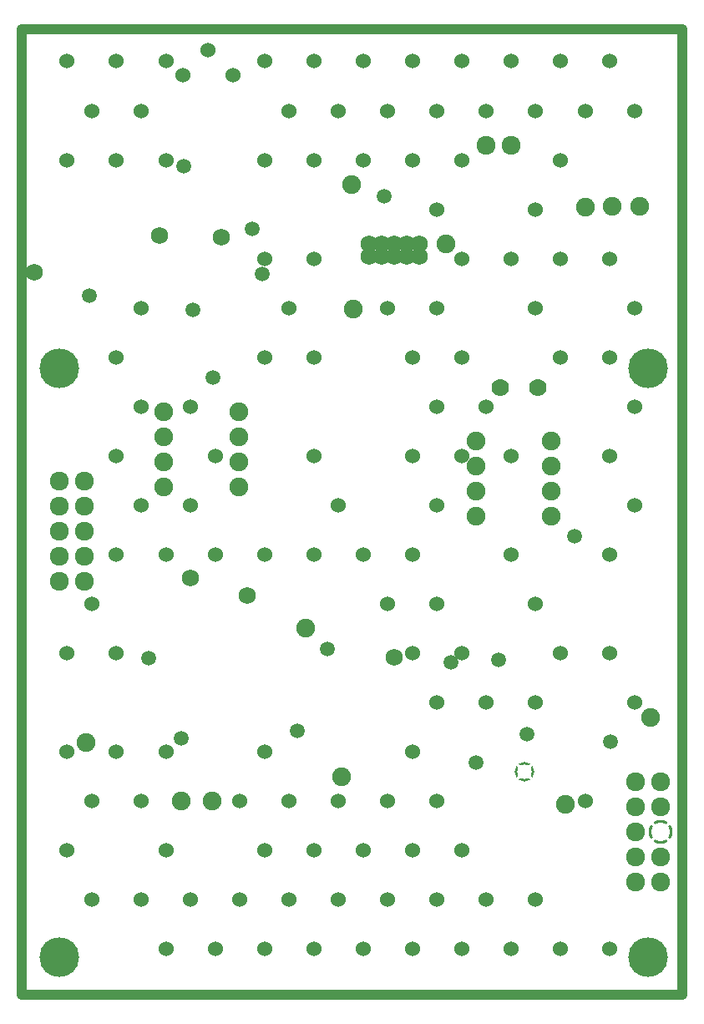
<source format=gbr>
G04 Layer_Physical_Order=3*
G04 Layer_Color=128*
%FSLAX26Y26*%
%MOIN*%
%TF.FileFunction,Copper,L3,Inr,Plane*%
%TF.Part,Single*%
G01*
G75*
%TA.AperFunction,ComponentPad*%
%ADD25C,0.060000*%
%TA.AperFunction,NonConductor*%
%ADD35C,0.040000*%
%TA.AperFunction,ComponentPad*%
%ADD36C,0.075433*%
%ADD37C,0.075827*%
G04:AMPARAMS|DCode=38|XSize=95.827mil|YSize=95.827mil|CornerRadius=0mil|HoleSize=0mil|Usage=FLASHONLY|Rotation=0.000|XOffset=0mil|YOffset=0mil|HoleType=Round|Shape=Relief|Width=10mil|Gap=10mil|Entries=4|*
%AMTHD38*
7,0,0,0.095827,0.075827,0.010000,45*
%
%ADD38THD38*%
%ADD39C,0.070000*%
%TA.AperFunction,ViaPad*%
%ADD40C,0.158110*%
%TA.AperFunction,ComponentPad*%
%ADD41C,0.068000*%
%TA.AperFunction,ViaPad*%
%ADD43C,0.068000*%
%ADD44C,0.059685*%
G04:AMPARAMS|DCode=45|XSize=79.685mil|YSize=79.685mil|CornerRadius=0mil|HoleSize=0mil|Usage=FLASHONLY|Rotation=0.000|XOffset=0mil|YOffset=0mil|HoleType=Round|Shape=Relief|Width=10mil|Gap=10mil|Entries=4|*
%AMTHD45*
7,0,0,0.079685,0.059685,0.010000,45*
%
%ADD45THD45*%
%ADD46C,0.060000*%
D25*
X644110Y3669110D02*
D03*
X844110D02*
D03*
X744110Y3769110D02*
D03*
D35*
X0Y0D02*
X2637795Y-0D01*
X2637795Y3852110D02*
X2637795Y-0D01*
X-0Y3852110D02*
X2637795Y3852110D01*
X-0Y3852110D02*
X0Y0D01*
D36*
X2170000Y760000D02*
D03*
X634913Y774110D02*
D03*
X1814134Y2209568D02*
D03*
Y2109568D02*
D03*
Y2009568D02*
D03*
Y1909568D02*
D03*
X2114134Y2209568D02*
D03*
Y2109568D02*
D03*
Y2009568D02*
D03*
Y1909568D02*
D03*
X866110Y2027110D02*
D03*
Y2127110D02*
D03*
Y2227110D02*
D03*
Y2327110D02*
D03*
X566110Y2027110D02*
D03*
Y2127110D02*
D03*
Y2227110D02*
D03*
Y2327110D02*
D03*
X1315110Y3231110D02*
D03*
X1323110Y2735110D02*
D03*
X2466110Y3145110D02*
D03*
X2355110Y3145110D02*
D03*
X2250110Y3143810D02*
D03*
X1694110Y2997110D02*
D03*
X1132110Y1463110D02*
D03*
X760110Y774110D02*
D03*
X257759Y1005858D02*
D03*
X1275110Y868110D02*
D03*
X2511110Y1107110D02*
D03*
D37*
X150110Y2050110D02*
D03*
Y1950110D02*
D03*
Y1850110D02*
D03*
Y1750110D02*
D03*
Y1650110D02*
D03*
X250110Y2050110D02*
D03*
Y1950110D02*
D03*
Y1850110D02*
D03*
Y1750110D02*
D03*
Y1650110D02*
D03*
X1952110Y3390110D02*
D03*
X1852110D02*
D03*
X2450110Y850110D02*
D03*
Y750110D02*
D03*
Y650110D02*
D03*
Y550110D02*
D03*
Y450110D02*
D03*
X2550110Y850110D02*
D03*
Y750110D02*
D03*
Y550110D02*
D03*
Y450110D02*
D03*
D38*
Y650110D02*
D03*
D39*
X2058338Y2423260D02*
D03*
X1908732D02*
D03*
D40*
X150110Y150110D02*
D03*
X2500110D02*
D03*
X150110Y2500110D02*
D03*
X2500110D02*
D03*
D41*
X1585110Y2995112D02*
D03*
Y2945112D02*
D03*
X1535110Y2995112D02*
D03*
Y2945112D02*
D03*
X1485110Y2995112D02*
D03*
Y2945112D02*
D03*
X1435110Y2995112D02*
D03*
Y2945112D02*
D03*
X1385110Y2995112D02*
D03*
Y2945112D02*
D03*
D43*
X550000Y3030000D02*
D03*
X1485110Y1345110D02*
D03*
X900000Y1591492D02*
D03*
X672000Y1662000D02*
D03*
X49000Y2883000D02*
D03*
X797110Y3023110D02*
D03*
D44*
X960000Y2876220D02*
D03*
X1220000Y1380000D02*
D03*
X1903009Y1337474D02*
D03*
X1813252Y926110D02*
D03*
X2350110Y1010110D02*
D03*
X270110Y2790110D02*
D03*
X2205110Y1830110D02*
D03*
X2015488Y1038780D02*
D03*
X1713800Y1325110D02*
D03*
X645110Y3305110D02*
D03*
X921110Y3055110D02*
D03*
X682110Y2732110D02*
D03*
X1447616Y3185110D02*
D03*
X762110Y2463110D02*
D03*
X1099110Y1053110D02*
D03*
X505110Y1344110D02*
D03*
X634922Y1024110D02*
D03*
D45*
X2005362Y890110D02*
D03*
D46*
X279528Y377953D02*
D03*
X181102Y574803D02*
D03*
X279528Y771654D02*
D03*
X181102Y968504D02*
D03*
Y1362205D02*
D03*
X279528Y1559055D02*
D03*
X181102Y3330709D02*
D03*
X279528Y3527559D02*
D03*
X181102Y3724410D02*
D03*
X476378Y377953D02*
D03*
Y771654D02*
D03*
X377953Y968504D02*
D03*
Y1362205D02*
D03*
Y1755906D02*
D03*
X476378Y1952756D02*
D03*
X377953Y2149606D02*
D03*
X476378Y2346457D02*
D03*
X377953Y2543307D02*
D03*
X476378Y2740158D02*
D03*
X377953Y3330709D02*
D03*
X476378Y3527559D02*
D03*
X377953Y3724410D02*
D03*
X574803Y181102D02*
D03*
X673228Y377953D02*
D03*
X574803Y574803D02*
D03*
Y968504D02*
D03*
Y1755906D02*
D03*
X673228Y1952756D02*
D03*
Y2346457D02*
D03*
X574803Y3330709D02*
D03*
Y3724410D02*
D03*
X771654Y181102D02*
D03*
X870079Y377953D02*
D03*
Y771654D02*
D03*
X771654Y1755906D02*
D03*
Y2149606D02*
D03*
X968504Y181102D02*
D03*
X1066929Y377953D02*
D03*
X968504Y574803D02*
D03*
X1066929Y771654D02*
D03*
X968504Y968504D02*
D03*
Y1755906D02*
D03*
Y2543307D02*
D03*
X1066929Y2740158D02*
D03*
X968504Y2937008D02*
D03*
Y3330709D02*
D03*
X1066929Y3527559D02*
D03*
X968504Y3724410D02*
D03*
X1165354Y181102D02*
D03*
X1263780Y377953D02*
D03*
X1165354Y574803D02*
D03*
X1263780Y771654D02*
D03*
X1165354Y1755906D02*
D03*
X1263780Y1952756D02*
D03*
X1165354Y2149606D02*
D03*
Y2543307D02*
D03*
Y2937008D02*
D03*
Y3330709D02*
D03*
X1263780Y3527559D02*
D03*
X1165354Y3724410D02*
D03*
X1362205Y181102D02*
D03*
X1460630Y377953D02*
D03*
X1362205Y574803D02*
D03*
X1460630Y771654D02*
D03*
Y1559055D02*
D03*
X1362205Y1755906D02*
D03*
X1460630Y2740158D02*
D03*
X1362205Y3330709D02*
D03*
X1460630Y3527559D02*
D03*
X1362205Y3724410D02*
D03*
X1559055Y181102D02*
D03*
X1657480Y377953D02*
D03*
X1559055Y574803D02*
D03*
X1657480Y771654D02*
D03*
X1559055Y968504D02*
D03*
X1657480Y1165354D02*
D03*
X1559055Y1362205D02*
D03*
X1657480Y1559055D02*
D03*
X1559055Y1755906D02*
D03*
X1657480Y1952756D02*
D03*
X1559055Y2149606D02*
D03*
X1657480Y2346457D02*
D03*
X1559055Y2543307D02*
D03*
X1657480Y2740158D02*
D03*
Y3133858D02*
D03*
X1559055Y3330709D02*
D03*
X1657480Y3527559D02*
D03*
X1559055Y3724410D02*
D03*
X1755906Y181102D02*
D03*
X1854331Y377953D02*
D03*
X1755906Y574803D02*
D03*
X1854331Y1165354D02*
D03*
X1755906Y1362205D02*
D03*
Y2149606D02*
D03*
X1854331Y2346457D02*
D03*
X1755906Y2543307D02*
D03*
Y2937008D02*
D03*
Y3330709D02*
D03*
X1854331Y3527559D02*
D03*
X1755906Y3724410D02*
D03*
X1952756Y181102D02*
D03*
X2051181Y377953D02*
D03*
Y1165354D02*
D03*
Y1559055D02*
D03*
X1952756Y1755906D02*
D03*
Y2149606D02*
D03*
X2051181Y2740158D02*
D03*
X1952756Y2937008D02*
D03*
X2051181Y3133858D02*
D03*
Y3527559D02*
D03*
X1952756Y3724410D02*
D03*
X2149606Y181102D02*
D03*
X2248032Y771654D02*
D03*
X2149606Y1362205D02*
D03*
Y2543307D02*
D03*
Y2937008D02*
D03*
Y3330709D02*
D03*
X2248032Y3527559D02*
D03*
X2149606Y3724410D02*
D03*
X2346457Y181102D02*
D03*
X2444882Y1165354D02*
D03*
X2346457Y1362205D02*
D03*
Y1755906D02*
D03*
X2444882Y1952756D02*
D03*
X2346457Y2149606D02*
D03*
X2444882Y2346457D02*
D03*
X2346457Y2543307D02*
D03*
X2444882Y2740158D02*
D03*
X2346457Y2937008D02*
D03*
X2444882Y3527559D02*
D03*
X2346457Y3724410D02*
D03*
%TF.MD5,1ac6257995c931c730e543c1fb6d8f4b*%
M02*

</source>
